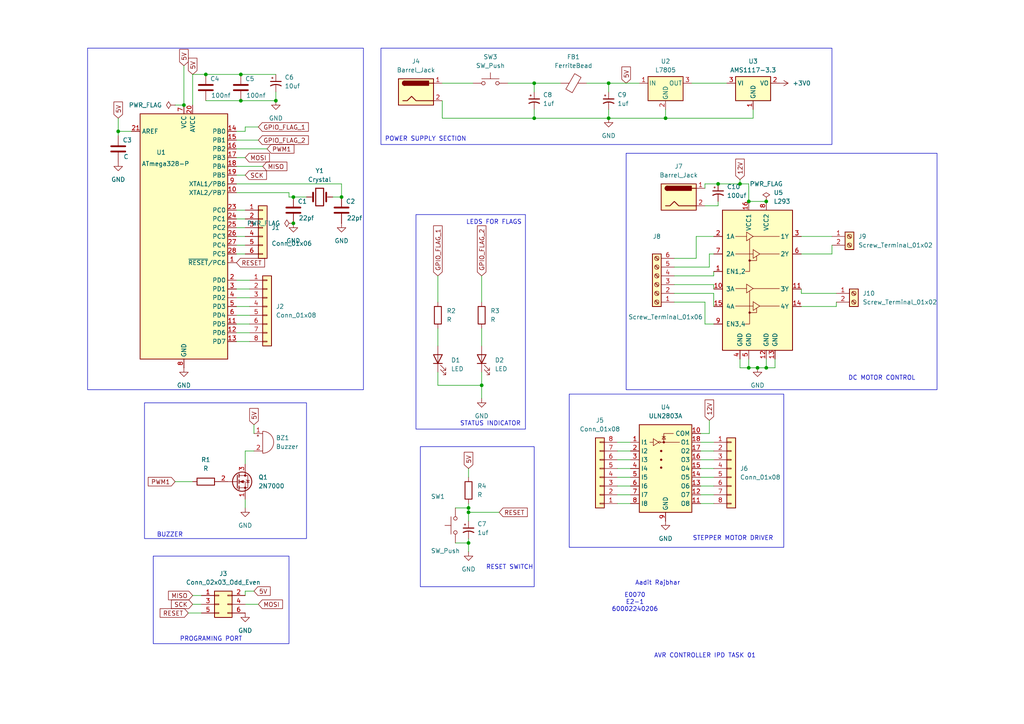
<source format=kicad_sch>
(kicad_sch (version 20250114) (generator "eeschema") (generator_version "9.0")
  (paper "A4")
  (lib_symbols
    (symbol "Connector:Barrel_Jack" (pin_names (offset 1.016))
      (property "Reference" "J" (at 0 5.334 0))
      (property "Value" "Barrel_Jack" (at 0 -5.08 0))
      (symbol "Barrel_Jack_1_1"
        (pin passive line (at 7.62 2.54 180) (length 2.54) (name "~") (number "1"))
        (pin passive line (at 7.62 -2.54 180) (length 2.54) (name "~") (number "2"))
      )
    )
    (symbol "Connector:Screw_Terminal_01x02" (pin_names (offset 1.016) (hide yes))
      (property "Reference" "J" (at 0 2.54 0))
      (property "Value" "Screw_Terminal_01x02" (at 0 -5.08 0))
      (symbol "Screw_Terminal_01x02_1_1"
        (pin passive line (at -5.08 0 0) (length 3.81) (name "Pin_1") (number "1"))
        (pin passive line (at -5.08 -2.54 0) (length 3.81) (name "Pin_2") (number "2"))
      )
    )
    (symbol "Connector:Screw_Terminal_01x06" (pin_names (offset 1.016) (hide yes))
      (property "Reference" "J" (at 0 7.62 0))
      (property "Value" "Screw_Terminal_01x06" (at 0 -10.16 0))
      (symbol "Screw_Terminal_01x06_1_1"
        (pin passive line (at -5.08 5.08 0) (length 3.81) (name "Pin_1") (number "1"))
        (pin passive line (at -5.08 2.54 0) (length 3.81) (name "Pin_2") (number "2"))
        (pin passive line (at -5.08 0 0) (length 3.81) (name "Pin_3") (number "3"))
        (pin passive line (at -5.08 -2.54 0) (length 3.81) (name "Pin_4") (number "4"))
        (pin passive line (at -5.08 -5.08 0) (length 3.81) (name "Pin_5") (number "5"))
        (pin passive line (at -5.08 -7.62 0) (length 3.81) (name "Pin_6") (number "6"))
      )
    )
    (symbol "Connector_Generic:Conn_01x06" (pin_names (offset 1.016) (hide yes))
      (property "Reference" "J" (at 0 7.62 0))
      (property "Value" "Conn_01x06" (at 0 -10.16 0))
      (symbol "Conn_01x06_1_1"
        (pin passive line (at -5.08 5.08 0) (length 3.81) (name "Pin_1") (number "1"))
        (pin passive line (at -5.08 2.54 0) (length 3.81) (name "Pin_2") (number "2"))
        (pin passive line (at -5.08 0 0) (length 3.81) (name "Pin_3") (number "3"))
        (pin passive line (at -5.08 -2.54 0) (length 3.81) (name "Pin_4") (number "4"))
        (pin passive line (at -5.08 -5.08 0) (length 3.81) (name "Pin_5") (number "5"))
        (pin passive line (at -5.08 -7.62 0) (length 3.81) (name "Pin_6") (number "6"))
      )
    )
    (symbol "Connector_Generic:Conn_01x08" (pin_names (offset 1.016) (hide yes))
      (property "Reference" "J" (at 0 10.16 0))
      (property "Value" "Conn_01x08" (at 0 -12.7 0))
      (symbol "Conn_01x08_1_1"
        (pin passive line (at -5.08 7.62 0) (length 3.81) (name "Pin_1") (number "1"))
        (pin passive line (at -5.08 5.08 0) (length 3.81) (name "Pin_2") (number "2"))
        (pin passive line (at -5.08 2.54 0) (length 3.81) (name "Pin_3") (number "3"))
        (pin passive line (at -5.08 0 0) (length 3.81) (name "Pin_4") (number "4"))
        (pin passive line (at -5.08 -2.54 0) (length 3.81) (name "Pin_5") (number "5"))
        (pin passive line (at -5.08 -5.08 0) (length 3.81) (name "Pin_6") (number "6"))
        (pin passive line (at -5.08 -7.62 0) (length 3.81) (name "Pin_7") (number "7"))
        (pin passive line (at -5.08 -10.16 0) (length 3.81) (name "Pin_8") (number "8"))
      )
    )
    (symbol "Connector_Generic:Conn_02x03_Odd_Even" (pin_names (offset 1.016) (hide yes))
      (property "Reference" "J" (at 1.27 5.08 0))
      (property "Value" "Conn_02x03_Odd_Even" (at 1.27 -5.08 0))
      (symbol "Conn_02x03_Odd_Even_1_1"
        (pin passive line (at -5.08 2.54 0) (length 3.81) (name "Pin_1") (number "1"))
        (pin passive line (at -5.08 0 0) (length 3.81) (name "Pin_3") (number "3"))
        (pin passive line (at -5.08 -2.54 0) (length 3.81) (name "Pin_5") (number "5"))
        (pin passive line (at 7.62 2.54 180) (length 3.81) (name "Pin_2") (number "2"))
        (pin passive line (at 7.62 0 180) (length 3.81) (name "Pin_4") (number "4"))
        (pin passive line (at 7.62 -2.54 180) (length 3.81) (name "Pin_6") (number "6"))
      )
    )
    (symbol "Device:Buzzer" (pin_names (offset 0.0254) (hide yes))
      (property "Reference" "BZ" (at 3.81 1.27 0))
      (property "Value" "Buzzer" (at 3.81 -1.27 0))
      (symbol "Buzzer_1_1"
        (pin passive line (at -2.54 2.54 0) (length 2.54) (name "+") (number "1"))
        (pin passive line (at -2.54 -2.54 0) (length 2.54) (name "-") (number "2"))
      )
    )
    (symbol "Device:C" (pin_numbers (hide yes)) (pin_names (offset 0.254))
      (property "Reference" "C" (at 0.635 2.54 0))
      (property "Value" "C" (at 0.635 -2.54 0))
      (symbol "C_1_1"
        (pin passive line (at 0 3.81 270) (length 2.794) (name "~") (number "1"))
        (pin passive line (at 0 -3.81 90) (length 2.794) (name "~") (number "2"))
      )
    )
    (symbol "Device:C_Polarized_Small_US" (pin_numbers (hide yes)) (pin_names (offset 0.254) (hide yes))
      (property "Reference" "C" (at 0.254 1.778 0))
      (property "Value" "C_Polarized_Small_US" (at 0.254 -2.032 0))
      (symbol "C_Polarized_Small_US_1_1"
        (pin passive line (at 0 2.54 270) (length 2.032) (name "~") (number "1"))
        (pin passive line (at 0 -2.54 90) (length 2.032) (name "~") (number "2"))
      )
    )
    (symbol "Device:Crystal" (pin_numbers (hide yes)) (pin_names (offset 1.016) (hide yes))
      (property "Reference" "Y" (at 0 3.81 0))
      (property "Value" "Crystal" (at 0 -3.81 0))
      (symbol "Crystal_1_1"
        (pin passive line (at -3.81 0 0) (length 1.27) (name "1") (number "1"))
        (pin passive line (at 3.81 0 180) (length 1.27) (name "2") (number "2"))
      )
    )
    (symbol "Device:FerriteBead" (pin_numbers (hide yes)) (pin_names (offset 0))
      (property "Reference" "FB" (at -3.81 0.635 90))
      (property "Value" "FerriteBead" (at 3.81 0 90))
      (symbol "FerriteBead_1_1"
        (pin passive line (at 0 3.81 270) (length 2.54) (name "~") (number "1"))
        (pin passive line (at 0 -3.81 90) (length 2.54) (name "~") (number "2"))
      )
    )
    (symbol "Device:LED" (pin_numbers (hide yes)) (pin_names (offset 1.016) (hide yes))
      (property "Reference" "D" (at 0 2.54 0))
      (property "Value" "LED" (at 0 -2.54 0))
      (symbol "LED_1_1"
        (pin passive line (at -3.81 0 0) (length 2.54) (name "K") (number "1"))
        (pin passive line (at 3.81 0 180) (length 2.54) (name "A") (number "2"))
      )
    )
    (symbol "Device:R" (pin_numbers (hide yes)) (pin_names (offset 0))
      (property "Reference" "R" (at 2.032 0 90))
      (property "Value" "R" (at 0 0 90))
      (symbol "R_1_1"
        (pin passive line (at 0 3.81 270) (length 1.27) (name "~") (number "1"))
        (pin passive line (at 0 -3.81 90) (length 1.27) (name "~") (number "2"))
      )
    )
    (symbol "Driver_Motor:L293" (pin_names (offset 1.016))
      (property "Reference" "U" (at -5.08 26.035 0))
      (property "Value" "L293" (at -5.08 24.13 0))
      (symbol "L293_1_1"
        (pin input line (at -12.7 15.24 0) (length 2.54) (name "1A") (number "2"))
        (pin input line (at -12.7 10.16 0) (length 2.54) (name "2A") (number "7"))
        (pin input line (at -12.7 5.08 0) (length 2.54) (name "EN1,2") (number "1"))
        (pin input line (at -12.7 0 0) (length 2.54) (name "3A") (number "10"))
        (pin input line (at -12.7 -5.08 0) (length 2.54) (name "4A") (number "15"))
        (pin input line (at -12.7 -10.16 0) (length 2.54) (name "EN3,4") (number "9"))
        (pin power_in line (at -5.08 -20.32 90) (length 2.54) (name "GND") (number "4"))
        (pin power_in line (at -2.54 25.4 270) (length 2.54) (name "VCC1") (number "16"))
        (pin power_in line (at -2.54 -20.32 90) (length 2.54) (name "GND") (number "5"))
        (pin power_in line (at 2.54 25.4 270) (length 2.54) (name "VCC2") (number "8"))
        (pin power_in line (at 2.54 -20.32 90) (length 2.54) (name "GND") (number "12"))
        (pin power_in line (at 5.08 -20.32 90) (length 2.54) (name "GND") (number "13"))
        (pin output line (at 12.7 15.24 180) (length 2.54) (name "1Y") (number "3"))
        (pin output line (at 12.7 10.16 180) (length 2.54) (name "2Y") (number "6"))
        (pin output line (at 12.7 0 180) (length 2.54) (name "3Y") (number "11"))
        (pin output line (at 12.7 -5.08 180) (length 2.54) (name "4Y") (number "14"))
      )
    )
    (symbol "MCU_Microchip_ATmega:ATmega328-P"
      (property "Reference" "U" (at -12.7 36.83 0))
      (property "Value" "ATmega328-P" (at 2.54 -36.83 0))
      (symbol "ATmega328-P_1_1"
        (pin passive line (at -15.24 30.48 0) (length 2.54) (name "AREF") (number "21"))
        (pin power_in line (at 0 38.1 270) (length 2.54) (name "VCC") (number "7"))
        (pin passive line (at 0 -38.1 90) (length 2.54) (hide yes) (name "GND") (number "22"))
        (pin power_in line (at 0 -38.1 90) (length 2.54) (name "GND") (number "8"))
        (pin power_in line (at 2.54 38.1 270) (length 2.54) (name "AVCC") (number "20"))
        (pin bidirectional line (at 15.24 30.48 180) (length 2.54) (name "PB0") (number "14"))
        (pin bidirectional line (at 15.24 27.94 180) (length 2.54) (name "PB1") (number "15"))
        (pin bidirectional line (at 15.24 25.4 180) (length 2.54) (name "PB2") (number "16"))
        (pin bidirectional line (at 15.24 22.86 180) (length 2.54) (name "PB3") (number "17"))
        (pin bidirectional line (at 15.24 20.32 180) (length 2.54) (name "PB4") (number "18"))
        (pin bidirectional line (at 15.24 17.78 180) (length 2.54) (name "PB5") (number "19"))
        (pin bidirectional line (at 15.24 15.24 180) (length 2.54) (name "XTAL1/PB6") (number "9"))
        (pin bidirectional line (at 15.24 12.7 180) (length 2.54) (name "XTAL2/PB7") (number "10"))
        (pin bidirectional line (at 15.24 7.62 180) (length 2.54) (name "PC0") (number "23"))
        (pin bidirectional line (at 15.24 5.08 180) (length 2.54) (name "PC1") (number "24"))
        (pin bidirectional line (at 15.24 2.54 180) (length 2.54) (name "PC2") (number "25"))
        (pin bidirectional line (at 15.24 0 180) (length 2.54) (name "PC3") (number "26"))
        (pin bidirectional line (at 15.24 -2.54 180) (length 2.54) (name "PC4") (number "27"))
        (pin bidirectional line (at 15.24 -5.08 180) (length 2.54) (name "PC5") (number "28"))
        (pin bidirectional line (at 15.24 -7.62 180) (length 2.54) (name "~{RESET}/PC6") (number "1"))
        (pin bidirectional line (at 15.24 -12.7 180) (length 2.54) (name "PD0") (number "2"))
        (pin bidirectional line (at 15.24 -15.24 180) (length 2.54) (name "PD1") (number "3"))
        (pin bidirectional line (at 15.24 -17.78 180) (length 2.54) (name "PD2") (number "4"))
        (pin bidirectional line (at 15.24 -20.32 180) (length 2.54) (name "PD3") (number "5"))
        (pin bidirectional line (at 15.24 -22.86 180) (length 2.54) (name "PD4") (number "6"))
        (pin bidirectional line (at 15.24 -25.4 180) (length 2.54) (name "PD5") (number "11"))
        (pin bidirectional line (at 15.24 -27.94 180) (length 2.54) (name "PD6") (number "12"))
        (pin bidirectional line (at 15.24 -30.48 180) (length 2.54) (name "PD7") (number "13"))
      )
    )
    (symbol "Regulator_Linear:AMS1117-3.3"
      (property "Reference" "U" (at -3.81 3.175 0))
      (property "Value" "AMS1117-3.3" (at 0 3.175 0))
      (symbol "AMS1117-3.3_1_1"
        (pin power_in line (at -7.62 0 0) (length 2.54) (name "VI") (number "3"))
        (pin power_in line (at 0 -7.62 90) (length 2.54) (name "GND") (number "1"))
        (pin power_out line (at 7.62 0 180) (length 2.54) (name "VO") (number "2"))
      )
    )
    (symbol "Regulator_Linear:L7805" (pin_names (offset 0.254))
      (property "Reference" "U" (at -3.81 3.175 0))
      (property "Value" "L7805" (at 0 3.175 0))
      (symbol "L7805_1_1"
        (pin power_in line (at -7.62 0 0) (length 2.54) (name "IN") (number "1"))
        (pin power_in line (at 0 -7.62 90) (length 2.54) (name "GND") (number "2"))
        (pin power_out line (at 7.62 0 180) (length 2.54) (name "OUT") (number "3"))
      )
    )
    (symbol "Switch:SW_Push" (pin_numbers (hide yes)) (pin_names (offset 1.016) (hide yes))
      (property "Reference" "SW" (at 1.27 2.54 0))
      (property "Value" "SW_Push" (at 0 -1.524 0))
      (symbol "SW_Push_0_1"
        (pin passive line (at -5.08 0 0) (length 2.54) (name "1") (number "1"))
        (pin passive line (at 5.08 0 180) (length 2.54) (name "2") (number "2"))
      )
    )
    (symbol "Transistor_Array:ULN2803A"
      (property "Reference" "U" (at 0 13.335 0))
      (property "Value" "ULN2803A" (at 0 11.43 0))
      (symbol "ULN2803A_1_1"
        (pin input line (at -10.16 5.08 0) (length 2.54) (name "I1") (number "1"))
        (pin input line (at -10.16 2.54 0) (length 2.54) (name "I2") (number "2"))
        (pin input line (at -10.16 0 0) (length 2.54) (name "I3") (number "3"))
        (pin input line (at -10.16 -2.54 0) (length 2.54) (name "I4") (number "4"))
        (pin input line (at -10.16 -5.08 0) (length 2.54) (name "I5") (number "5"))
        (pin input line (at -10.16 -7.62 0) (length 2.54) (name "I6") (number "6"))
        (pin input line (at -10.16 -10.16 0) (length 2.54) (name "I7") (number "7"))
        (pin input line (at -10.16 -12.7 0) (length 2.54) (name "I8") (number "8"))
        (pin power_in line (at 0 -17.78 90) (length 2.54) (name "GND") (number "9"))
        (pin passive line (at 10.16 7.62 180) (length 2.54) (name "COM") (number "10"))
        (pin open_collector line (at 10.16 5.08 180) (length 2.54) (name "O1") (number "18"))
        (pin open_collector line (at 10.16 2.54 180) (length 2.54) (name "O2") (number "17"))
        (pin open_collector line (at 10.16 0 180) (length 2.54) (name "O3") (number "16"))
        (pin open_collector line (at 10.16 -2.54 180) (length 2.54) (name "O4") (number "15"))
        (pin open_collector line (at 10.16 -5.08 180) (length 2.54) (name "O5") (number "14"))
        (pin open_collector line (at 10.16 -7.62 180) (length 2.54) (name "O6") (number "13"))
        (pin open_collector line (at 10.16 -10.16 180) (length 2.54) (name "O7") (number "12"))
        (pin open_collector line (at 10.16 -12.7 180) (length 2.54) (name "O8") (number "11"))
      )
    )
    (symbol "Transistor_FET:2N7000" (pin_names (hide yes))
      (property "Reference" "Q" (at 5.08 1.905 0))
      (property "Value" "2N7000" (at 5.08 0 0))
      (symbol "2N7000_1_1"
        (pin input line (at -5.08 0 0) (length 2.54) (name "G") (number "2"))
        (pin passive line (at 2.54 5.08 270) (length 2.54) (name "D") (number "3"))
        (pin passive line (at 2.54 -5.08 90) (length 2.54) (name "S") (number "1"))
      )
    )
    (symbol "power:+3V0" (power) (pin_numbers (hide yes)) (pin_names (offset 0) (hide yes))
      (property "Value" "+3V0" (at 0 3.556 0))
      (symbol "+3V0_1_1"
        (pin power_in line (at 0 0 90) (length 0) (name "~") (number "1"))
      )
    )
    (symbol "power:GND" (power) (pin_numbers (hide yes)) (pin_names (offset 0) (hide yes))
      (property "Value" "GND" (at 0 -3.81 0))
      (symbol "GND_1_1"
        (pin power_in line (at 0 0 270) (length 0) (name "~") (number "1"))
      )
    )
    (symbol "power:PWR_FLAG" (power) (pin_numbers (hide yes)) (pin_names (offset 0) (hide yes))
      (property "Value" "PWR_FLAG" (at 0 3.81 0))
      (symbol "PWR_FLAG_0_0"
        (pin power_out line (at 0 0 90) (length 0) (name "~") (number "1"))
      )
    )
  )
  (rectangle (start 121.92 129.54) (end 154.94 170.18))
  (rectangle (start 41.91 116.84) (end 88.9 156.21))
  (rectangle (start 165.1 114.3) (end 227.33 158.75))
  (rectangle (start 120.65 62.23) (end 152.4 124.46))
  (rectangle (start 25.4 13.97) (end 105.41 113.03))
  (rectangle (start 110.49 13.97) (end 241.3 41.91))
  (rectangle (start 44.45 161.29) (end 83.82 186.69))
  (rectangle (start 181.61 44.45) (end 271.78 113.03))
  (text "PROGRAMING PORT\n" (at 61.214 185.42 0) (effects (font (size 1.27 1.27))))
  (text "DC MOTOR CONTROL\n" (at 255.778 109.728 0) (effects (font (size 1.27 1.27))))
  (text "BUZZER\n" (at 49.276 155.194 0) (effects (font (size 1.27 1.27))))
  (text "AVR CONTROLLER IPD TASK 01\n" (at 204.47 190.246 0) (effects (font (size 1.27 1.27))))
  (text "RESET SWITCH\n" (at 147.828 164.592 0) (effects (font (size 1.27 1.27))))
  (text "STEPPER MOTOR DRIVER\n" (at 212.598 156.21 0) (effects (font (size 1.27 1.27))))
  (text "STATUS INDICATOR\n" (at 142.24 122.936 0) (effects (font (size 1.27 1.27))))
  (text "POWER SUPPLY SECTION\n" (at 123.444 40.386 0) (effects (font (size 1.27 1.27))))
  (text "LEDS FOR FLAGS\n" (at 143.256 64.516 0) (effects (font (size 1.27 1.27))))
  (text "Aadit Rajbhar\n" (at 190.754 169.164 0) (effects (font (size 1.27 1.27))))
  (text "E0070\nE2-1\n60002240206\n" (at 184.15 174.752 0) (effects (font (size 1.27 1.27))))
  (junction (at 34.29 38.1))
  (junction (at 53.34 30.48))
  (junction (at 99.06 57.15))
  (junction (at 80.01 29.21))
  (junction (at 176.53 24.13))
  (junction (at 222.25 106.68))
  (junction (at 135.89 147.32))
  (junction (at 193.04 34.29))
  (junction (at 69.85 21.59))
  (junction (at 59.69 21.59))
  (junction (at 85.09 64.77))
  (junction (at 217.17 58.42))
  (junction (at 222.25 58.42))
  (junction (at 214.63 53.34))
  (junction (at 154.94 34.29))
  (junction (at 217.17 106.68))
  (junction (at 139.7 111.76))
  (junction (at 69.85 29.21))
  (junction (at 176.53 34.29))
  (junction (at 135.89 157.48))
  (junction (at 135.89 148.59))
  (junction (at 219.71 106.68))
  (junction (at 85.09 57.15))
  (junction (at 154.94 24.13))
  (junction (at 208.28 53.34))
  (wire (pts (xy 135.89 148.59) (xy 135.89 151.13)))
  (wire (pts (xy 71.12 50.8) (xy 68.58 50.8)))
  (wire (pts (xy 154.94 31.75) (xy 154.94 34.29)))
  (wire (pts (xy 207.01 138.43) (xy 203.2 138.43)))
  (wire (pts (xy 201.93 74.93) (xy 195.58 74.93)))
  (wire (pts (xy 69.85 21.59) (xy 80.01 21.59)))
  (wire (pts (xy 154.94 24.13) (xy 154.94 26.67)))
  (wire (pts (xy 83.82 55.88) (xy 68.58 55.88)))
  (wire (pts (xy 132.08 147.32) (xy 135.89 147.32)))
  (wire (pts (xy 218.44 34.29) (xy 218.44 31.75)))
  (wire (pts (xy 128.27 34.29) (xy 154.94 34.29)))
  (wire (pts (xy 179.07 135.89) (xy 182.88 135.89)))
  (wire (pts (xy 207.01 143.51) (xy 203.2 143.51)))
  (wire (pts (xy 72.39 86.36) (xy 68.58 86.36)))
  (wire (pts (xy 50.8 30.48) (xy 53.34 30.48)))
  (wire (pts (xy 54.61 177.8) (xy 58.42 177.8)))
  (wire (pts (xy 195.58 85.09) (xy 207.01 85.09)))
  (wire (pts (xy 135.89 156.21) (xy 135.89 157.48)))
  (wire (pts (xy 193.04 31.75) (xy 193.04 34.29)))
  (wire (pts (xy 139.7 107.95) (xy 139.7 111.76)))
  (wire (pts (xy 71.12 130.81) (xy 71.12 134.62)))
  (wire (pts (xy 55.88 21.59) (xy 59.69 21.59)))
  (wire (pts (xy 207.01 128.27) (xy 203.2 128.27)))
  (wire (pts (xy 232.41 85.09) (xy 232.41 83.82)))
  (wire (pts (xy 135.89 146.05) (xy 135.89 147.32)))
  (wire (pts (xy 241.3 73.66) (xy 241.3 71.12)))
  (wire (pts (xy 38.1 38.1) (xy 34.29 38.1)))
  (wire (pts (xy 74.93 36.83) (xy 71.12 36.83)))
  (wire (pts (xy 135.89 147.32) (xy 135.89 148.59)))
  (wire (pts (xy 73.66 171.45) (xy 71.12 171.45)))
  (wire (pts (xy 232.41 88.9) (xy 242.57 88.9)))
  (wire (pts (xy 55.88 172.72) (xy 58.42 172.72)))
  (wire (pts (xy 74.93 40.64) (xy 68.58 40.64)))
  (wire (pts (xy 53.34 19.05) (xy 53.34 30.48)))
  (wire (pts (xy 179.07 143.51) (xy 182.88 143.51)))
  (wire (pts (xy 34.29 34.29) (xy 34.29 38.1)))
  (wire (pts (xy 207.01 135.89) (xy 203.2 135.89)))
  (wire (pts (xy 99.06 53.34) (xy 68.58 53.34)))
  (wire (pts (xy 72.39 88.9) (xy 68.58 88.9)))
  (wire (pts (xy 96.52 57.15) (xy 99.06 57.15)))
  (wire (pts (xy 72.39 83.82) (xy 68.58 83.82)))
  (wire (pts (xy 71.12 68.58) (xy 68.58 68.58)))
  (wire (pts (xy 127 107.95) (xy 127 111.76)))
  (wire (pts (xy 135.89 135.89) (xy 135.89 138.43)))
  (wire (pts (xy 176.53 31.75) (xy 176.53 34.29)))
  (wire (pts (xy 127 95.25) (xy 127 100.33)))
  (wire (pts (xy 72.39 91.44) (xy 68.58 91.44)))
  (wire (pts (xy 207.01 133.35) (xy 203.2 133.35)))
  (wire (pts (xy 80.01 26.67) (xy 80.01 29.21)))
  (wire (pts (xy 128.27 24.13) (xy 137.16 24.13)))
  (wire (pts (xy 200.66 24.13) (xy 210.82 24.13)))
  (wire (pts (xy 217.17 104.14) (xy 217.17 106.68)))
  (wire (pts (xy 179.07 138.43) (xy 182.88 138.43)))
  (wire (pts (xy 68.58 48.26) (xy 76.2 48.26)))
  (wire (pts (xy 132.08 157.48) (xy 135.89 157.48)))
  (wire (pts (xy 217.17 106.68) (xy 219.71 106.68)))
  (wire (pts (xy 71.12 66.04) (xy 68.58 66.04)))
  (wire (pts (xy 176.53 34.29) (xy 193.04 34.29)))
  (wire (pts (xy 205.74 125.73) (xy 205.74 121.92)))
  (wire (pts (xy 73.66 123.19) (xy 73.66 125.73)))
  (wire (pts (xy 208.28 58.42) (xy 208.28 59.69)))
  (wire (pts (xy 176.53 24.13) (xy 185.42 24.13)))
  (wire (pts (xy 193.04 34.29) (xy 218.44 34.29)))
  (wire (pts (xy 217.17 58.42) (xy 222.25 58.42)))
  (wire (pts (xy 204.47 53.34) (xy 208.28 53.34)))
  (wire (pts (xy 71.12 130.81) (xy 73.66 130.81)))
  (wire (pts (xy 55.88 175.26) (xy 58.42 175.26)))
  (wire (pts (xy 195.58 77.47) (xy 205.74 77.47)))
  (wire (pts (xy 154.94 24.13) (xy 162.56 24.13)))
  (wire (pts (xy 83.82 57.15) (xy 85.09 57.15)))
  (wire (pts (xy 71.12 36.83) (xy 71.12 38.1)))
  (wire (pts (xy 59.69 29.21) (xy 69.85 29.21)))
  (wire (pts (xy 69.85 29.21) (xy 80.01 29.21)))
  (wire (pts (xy 71.12 171.45) (xy 71.12 172.72)))
  (wire (pts (xy 71.12 73.66) (xy 68.58 73.66)))
  (wire (pts (xy 242.57 85.09) (xy 232.41 85.09)))
  (wire (pts (xy 204.47 54.61) (xy 204.47 53.34)))
  (wire (pts (xy 207.01 68.58) (xy 201.93 68.58)))
  (wire (pts (xy 219.71 106.68) (xy 222.25 106.68)))
  (wire (pts (xy 154.94 34.29) (xy 176.53 34.29)))
  (wire (pts (xy 207.01 130.81) (xy 203.2 130.81)))
  (wire (pts (xy 139.7 95.25) (xy 139.7 100.33)))
  (wire (pts (xy 205.74 77.47) (xy 205.74 73.66)))
  (wire (pts (xy 204.47 93.98) (xy 207.01 93.98)))
  (wire (pts (xy 72.39 81.28) (xy 68.58 81.28)))
  (wire (pts (xy 71.12 45.72) (xy 68.58 45.72)))
  (wire (pts (xy 208.28 53.34) (xy 214.63 53.34)))
  (wire (pts (xy 77.47 43.18) (xy 68.58 43.18)))
  (wire (pts (xy 72.39 93.98) (xy 68.58 93.98)))
  (wire (pts (xy 207.01 82.55) (xy 207.01 83.82)))
  (wire (pts (xy 179.07 146.05) (xy 182.88 146.05)))
  (wire (pts (xy 195.58 80.01) (xy 207.01 80.01)))
  (wire (pts (xy 72.39 96.52) (xy 68.58 96.52)))
  (wire (pts (xy 71.12 38.1) (xy 68.58 38.1)))
  (wire (pts (xy 55.88 21.59) (xy 55.88 30.48)))
  (wire (pts (xy 147.32 24.13) (xy 154.94 24.13)))
  (wire (pts (xy 50.8 139.7) (xy 55.88 139.7)))
  (wire (pts (xy 203.2 125.73) (xy 205.74 125.73)))
  (wire (pts (xy 179.07 133.35) (xy 182.88 133.35)))
  (wire (pts (xy 195.58 87.63) (xy 204.47 87.63)))
  (wire (pts (xy 214.63 52.07) (xy 214.63 53.34)))
  (wire (pts (xy 224.79 104.14) (xy 224.79 106.68)))
  (wire (pts (xy 207.01 140.97) (xy 203.2 140.97)))
  (wire (pts (xy 71.12 60.96) (xy 68.58 60.96)))
  (wire (pts (xy 232.41 73.66) (xy 241.3 73.66)))
  (wire (pts (xy 34.29 38.1) (xy 34.29 39.37)))
  (wire (pts (xy 85.09 57.15) (xy 88.9 57.15)))
  (wire (pts (xy 207.01 85.09) (xy 207.01 88.9)))
  (wire (pts (xy 222.25 104.14) (xy 222.25 106.68)))
  (wire (pts (xy 170.18 24.13) (xy 176.53 24.13)))
  (wire (pts (xy 71.12 147.32) (xy 71.12 144.78)))
  (wire (pts (xy 204.47 87.63) (xy 204.47 93.98)))
  (wire (pts (xy 127 80.01) (xy 127 87.63)))
  (wire (pts (xy 232.41 68.58) (xy 241.3 68.58)))
  (wire (pts (xy 179.07 140.97) (xy 182.88 140.97)))
  (wire (pts (xy 99.06 57.15) (xy 99.06 53.34)))
  (wire (pts (xy 201.93 68.58) (xy 201.93 74.93)))
  (wire (pts (xy 179.07 130.81) (xy 182.88 130.81)))
  (wire (pts (xy 205.74 73.66) (xy 207.01 73.66)))
  (wire (pts (xy 207.01 146.05) (xy 203.2 146.05)))
  (wire (pts (xy 207.01 80.01) (xy 207.01 78.74)))
  (wire (pts (xy 139.7 80.01) (xy 139.7 87.63)))
  (wire (pts (xy 214.63 104.14) (xy 214.63 106.68)))
  (wire (pts (xy 176.53 24.13) (xy 176.53 26.67)))
  (wire (pts (xy 127 111.76) (xy 139.7 111.76)))
  (wire (pts (xy 139.7 111.76) (xy 139.7 115.57)))
  (wire (pts (xy 72.39 99.06) (xy 68.58 99.06)))
  (wire (pts (xy 242.57 88.9) (xy 242.57 87.63)))
  (wire (pts (xy 204.47 59.69) (xy 208.28 59.69)))
  (wire (pts (xy 224.79 106.68) (xy 222.25 106.68)))
  (wire (pts (xy 74.93 175.26) (xy 71.12 175.26)))
  (wire (pts (xy 71.12 71.12) (xy 68.58 71.12)))
  (wire (pts (xy 135.89 148.59) (xy 144.78 148.59)))
  (wire (pts (xy 179.07 128.27) (xy 182.88 128.27)))
  (wire (pts (xy 83.82 57.15) (xy 83.82 55.88)))
  (wire (pts (xy 59.69 21.59) (xy 69.85 21.59)))
  (wire (pts (xy 71.12 63.5) (xy 68.58 63.5)))
  (wire (pts (xy 128.27 29.21) (xy 128.27 34.29)))
  (wire (pts (xy 135.89 157.48) (xy 135.89 160.02)))
  (wire (pts (xy 217.17 53.34) (xy 217.17 58.42)))
  (wire (pts (xy 214.63 106.68) (xy 217.17 106.68)))
  (wire (pts (xy 195.58 82.55) (xy 207.01 82.55)))
  (wire (pts (xy 214.63 53.34) (xy 217.17 53.34)))
  (global_label "PWM1" (shape input) (at 50.8 139.7 180) (property "Intersheetrefs" "${INTERSHEET_REFS}" (effects (hide yes))))
  (global_label "MOSI" (shape input) (at 71.12 45.72 0) (property "Intersheetrefs" "${INTERSHEET_REFS}" (effects (hide yes))))
  (global_label "MISO" (shape input) (at 76.2 48.26 0) (property "Intersheetrefs" "${INTERSHEET_REFS}" (effects (hide yes))))
  (global_label "PWM1" (shape input) (at 77.47 43.18 0) (property "Intersheetrefs" "${INTERSHEET_REFS}" (effects (hide yes))))
  (global_label "GPIO_FLAG_1" (shape input) (at 74.93 36.83 0) (property "Intersheetrefs" "${INTERSHEET_REFS}" (effects (hide yes))))
  (global_label "RESET" (shape input) (at 144.78 148.59 0) (property "Intersheetrefs" "${INTERSHEET_REFS}" (effects (hide yes))))
  (global_label "5V" (shape input) (at 34.29 34.29 90) (property "Intersheetrefs" "${INTERSHEET_REFS}" (effects (hide yes))))
  (global_label "SCK" (shape input) (at 55.88 175.26 180) (property "Intersheetrefs" "${INTERSHEET_REFS}" (effects (hide yes))))
  (global_label "GPIO_FLAG_2" (shape input) (at 139.7 80.01 90) (property "Intersheetrefs" "${INTERSHEET_REFS}" (effects (hide yes))))
  (global_label "MOSI" (shape input) (at 74.93 175.26 0) (property "Intersheetrefs" "${INTERSHEET_REFS}" (effects (hide yes))))
  (global_label "RESET" (shape input) (at 54.61 177.8 180) (property "Intersheetrefs" "${INTERSHEET_REFS}" (effects (hide yes))))
  (global_label "RESET" (shape input) (at 68.58 76.2 0) (property "Intersheetrefs" "${INTERSHEET_REFS}" (effects (hide yes))))
  (global_label "GPIO_FLAG_2" (shape input) (at 74.93 40.64 0) (property "Intersheetrefs" "${INTERSHEET_REFS}" (effects (hide yes))))
  (global_label "5V" (shape input) (at 181.61 24.13 90) (property "Intersheetrefs" "${INTERSHEET_REFS}" (effects (hide yes))))
  (global_label "5V" (shape input) (at 53.34 19.05 90) (property "Intersheetrefs" "${INTERSHEET_REFS}" (effects (hide yes))))
  (global_label "5V" (shape input) (at 73.66 123.19 90) (property "Intersheetrefs" "${INTERSHEET_REFS}" (effects (hide yes))))
  (global_label "5V" (shape input) (at 73.66 171.45 0) (property "Intersheetrefs" "${INTERSHEET_REFS}" (effects (hide yes))))
  (global_label "MISO" (shape input) (at 55.88 172.72 180) (property "Intersheetrefs" "${INTERSHEET_REFS}" (effects (hide yes))))
  (global_label "SCK" (shape input) (at 71.12 50.8 0) (property "Intersheetrefs" "${INTERSHEET_REFS}" (effects (hide yes))))
  (global_label "12V" (shape input) (at 214.63 52.07 90) (property "Intersheetrefs" "${INTERSHEET_REFS}" (effects (hide yes))))
  (global_label "12V" (shape input) (at 205.74 121.92 90) (property "Intersheetrefs" "${INTERSHEET_REFS}" (effects (hide yes))))
  (global_label "5V" (shape input) (at 55.88 21.59 90) (property "Intersheetrefs" "${INTERSHEET_REFS}" (effects (hide yes))))
  (global_label "5V" (shape input) (at 135.89 135.89 90) (property "Intersheetrefs" "${INTERSHEET_REFS}" (effects (hide yes))))
  (global_label "GPIO_FLAG_1" (shape input) (at 127 80.01 90) (property "Intersheetrefs" "${INTERSHEET_REFS}" (effects (hide yes))))
  (symbol (lib_id "Device:C") (at 34.29 43.18 0) (unit 1)
    (property "Reference" "C3" (at 35.56 40.64 0) (effects (justify left)))
    (property "Value" "C" (at 35.814 45.466 0) (effects (justify left)))
    (property "Footprint" "Capacitor_THT:C_Disc_D5.0mm_W2.5mm_P5.00mm" (effects (hide yes)))
    (property "Description" "Unpolarized capacitor" (effects (hide yes)))
  )
  (symbol (lib_id "Device:C_Polarized_Small_US") (at 80.01 24.13 0) (unit 1)
    (property "Reference" "C6" (at 82.55 22.4281 0) (effects (justify left)))
    (property "Value" "10uf" (at 82.55 24.9681 0) (effects (justify left)))
    (property "Footprint" "Capacitor_THT:CP_Radial_D5.0mm_P2.50mm" (effects (hide yes)))
    (property "Description" "Polarized capacitor, small US symbol" (effects (hide yes)))
  )
  (symbol (lib_id "power:GND") (at 71.12 177.8 0) (unit 1)
    (property "Reference" "#PWR05" (effects (hide yes)))
    (property "Value" "GND" (at 71.12 182.88 0))
    (property "Description" "Power symbol creates a global label with name \"GND\" , ground" (effects (hide yes)))
  )
  (symbol (lib_id "power:GND") (at 34.29 46.99 0) (unit 1)
    (property "Reference" "#PWR04" (effects (hide yes)))
    (property "Value" "GND" (at 34.29 52.07 0))
    (property "Description" "Power symbol creates a global label with name \"GND\" , ground" (effects (hide yes)))
  )
  (symbol (lib_id "power:PWR_FLAG") (at 50.8 30.48 90) (unit 1)
    (property "Reference" "#FLG01" (effects (hide yes)))
    (property "Value" "PWR_FLAG" (at 46.99 30.4799 90) (effects (justify left)))
    (property "Description" "Special symbol for telling ERC where power comes from" (effects (hide yes)))
  )
  (symbol (lib_id "Connector_Generic:Conn_01x08") (at 77.47 88.9 0) (unit 1)
    (property "Reference" "J2" (at 80.01 88.8999 0) (effects (justify left)))
    (property "Value" "Conn_01x08" (at 80.01 91.4399 0) (effects (justify left)))
    (property "Footprint" "Connector_PinHeader_2.54mm:PinHeader_1x08_P2.54mm_Vertical" (effects (hide yes)))
    (property "Description" "Generic connector, single row, 01x08, script generated (kicad-library-utils/schlib/autogen/connector/)" (effects (hide yes)))
  )
  (symbol (lib_id "power:GND") (at 99.06 64.77 0) (unit 1)
    (property "Reference" "#PWR013" (effects (hide yes)))
    (property "Value" "GND" (at 99.06 69.85 0))
    (property "Description" "Power symbol creates a global label with name \"GND\" , ground" (effects (hide yes)))
  )
  (symbol (lib_id "Transistor_FET:2N7000") (at 68.58 139.7 0) (unit 1)
    (property "Reference" "Q1" (at 74.93 138.4299 0) (effects (justify left)))
    (property "Value" "2N7000" (at 74.93 140.9699 0) (effects (justify left)))
    (property "Footprint" "Package_TO_SOT_THT:TO-92_Inline" (effects (hide yes)))
    (property "Datasheet" "https://www.vishay.com/docs/70226/70226.pdf" (effects (hide yes)))
    (property "Description" "0.2A Id, 200V Vds, N-Channel MOSFET, 2.6V Logic Level, TO-92" (effects (hide yes)))
  )
  (symbol (lib_id "power:GND") (at 53.34 106.68 0) (unit 1)
    (property "Reference" "#PWR02" (effects (hide yes)))
    (property "Value" "GND" (at 53.34 111.76 0))
    (property "Description" "Power symbol creates a global label with name \"GND\" , ground" (effects (hide yes)))
  )
  (symbol (lib_id "power:GND") (at 80.01 29.21 0) (unit 1)
    (property "Reference" "#PWR03" (effects (hide yes)))
    (property "Value" "GND" (at 80.01 34.29 0))
    (property "Description" "Power symbol creates a global label with name \"GND\" , ground" (effects (hide yes)))
  )
  (symbol (lib_id "Device:Buzzer") (at 76.2 128.27 0) (unit 1)
    (property "Reference" "BZ1" (at 80.01 126.9999 0) (effects (justify left)))
    (property "Value" "Buzzer" (at 80.01 129.5399 0) (effects (justify left)))
    (property "Footprint" "Connector_PinHeader_2.54mm:PinHeader_1x02_P2.54mm_Vertical" (effects (hide yes)))
    (property "Description" "Buzzer, polarized" (effects (hide yes)))
  )
  (symbol (lib_id "power:GND") (at 193.04 151.13 0) (unit 1)
    (property "Reference" "#PWR010" (effects (hide yes)))
    (property "Value" "GND" (at 193.04 156.21 0))
    (property "Description" "Power symbol creates a global label with name \"GND\" , ground" (effects (hide yes)))
  )
  (symbol (lib_id "power:GND") (at 85.09 64.77 0) (unit 1)
    (property "Reference" "#PWR01" (effects (hide yes)))
    (property "Value" "GND" (at 85.09 69.85 0))
    (property "Description" "Power symbol creates a global label with name \"GND\" , ground" (effects (hide yes)))
  )
  (symbol (lib_id "power:GND") (at 71.12 147.32 0) (unit 1)
    (property "Reference" "#PWR06" (effects (hide yes)))
    (property "Value" "GND" (at 71.12 152.4 0))
    (property "Description" "Power symbol creates a global label with name \"GND\" , ground" (effects (hide yes)))
  )
  (symbol (lib_id "Transistor_Array:ULN2803A") (at 193.04 133.35 0) (unit 1)
    (property "Reference" "U4" (at 193.04 118.11 0))
    (property "Value" "ULN2803A" (at 193.04 120.65 0))
    (property "Footprint" "Package_DIP:DIP-18_W7.62mm" (effects (hide yes)))
    (property "Datasheet" "http://www.ti.com/lit/ds/symlink/uln2803a.pdf" (effects (hide yes)))
    (property "Description" "Darlington Transistor Arrays, SOIC18/DIP18" (effects (hide yes)))
  )
  (symbol (lib_id "Device:R") (at 139.7 91.44 0) (unit 1)
    (property "Reference" "R3" (at 142.24 90.1699 0) (effects (justify left)))
    (property "Value" "R" (at 142.24 92.7099 0) (effects (justify left)))
    (property "Footprint" "Resistor_THT:R_Axial_DIN0207_L6.3mm_D2.5mm_P15.24mm_Horizontal" (effects (hide yes)))
    (property "Description" "Resistor" (effects (hide yes)))
  )
  (symbol (lib_id "Connector:Screw_Terminal_01x02") (at 247.65 85.09 0) (unit 1)
    (property "Reference" "J10" (at 250.19 85.0899 0) (effects (justify left)))
    (property "Value" "Screw_Terminal_01x02" (at 250.19 87.6299 0) (effects (justify left)))
    (property "Footprint" "Connector_PinHeader_2.54mm:PinHeader_1x02_P2.54mm_Vertical" (effects (hide yes)))
    (property "Description" "Generic screw terminal, single row, 01x02, script generated (kicad-library-utils/schlib/autogen/connector/)" (effects (hide yes)))
  )
  (symbol (lib_id "Connector:Screw_Terminal_01x06") (at 190.5 82.55 180) (unit 1)
    (property "Reference" "J8" (at 190.5 68.58 0))
    (property "Value" "Screw_Terminal_01x06" (at 193.04 91.948 0))
    (property "Footprint" "Connector_PinHeader_2.54mm:PinHeader_1x06_P2.54mm_Vertical" (effects (hide yes)))
    (property "Description" "Generic screw terminal, single row, 01x06, script generated (kicad-library-utils/schlib/autogen/connector/)" (effects (hide yes)))
  )
  (symbol (lib_id "Device:R") (at 135.89 142.24 0) (unit 1)
    (property "Reference" "R4" (at 138.43 140.9699 0) (effects (justify left)))
    (property "Value" "R" (at 138.43 143.5099 0) (effects (justify left)))
    (property "Footprint" "Resistor_THT:R_Axial_DIN0207_L6.3mm_D2.5mm_P15.24mm_Horizontal" (effects (hide yes)))
    (property "Description" "Resistor" (effects (hide yes)))
  )
  (symbol (lib_id "Device:FerriteBead") (at 166.37 24.13 90) (unit 1)
    (property "Reference" "FB1" (at 166.3192 16.51 90))
    (property "Value" "FerriteBead" (at 166.3192 19.05 90))
    (property "Footprint" "Resistor_THT:R_Axial_DIN0207_L6.3mm_D2.5mm_P7.62mm_Horizontal" (effects (hide yes)))
    (property "Description" "Ferrite bead" (effects (hide yes)))
  )
  (symbol (lib_id "Device:C") (at 85.09 60.96 0) (unit 1)
    (property "Reference" "C1" (at 86.36 58.42 0) (effects (justify left)))
    (property "Value" "22pf" (at 86.614 63.246 0) (effects (justify left)))
    (property "Footprint" "Capacitor_THT:C_Disc_D5.0mm_W2.5mm_P5.00mm" (effects (hide yes)))
    (property "Description" "Unpolarized capacitor" (effects (hide yes)))
  )
  (symbol (lib_id "Device:R") (at 127 91.44 0) (unit 1)
    (property "Reference" "R2" (at 129.54 90.1699 0) (effects (justify left)))
    (property "Value" "R" (at 129.54 92.7099 0) (effects (justify left)))
    (property "Footprint" "Resistor_THT:R_Axial_DIN0207_L6.3mm_D2.5mm_P15.24mm_Horizontal" (effects (hide yes)))
    (property "Description" "Resistor" (effects (hide yes)))
  )
  (symbol (lib_id "Device:Crystal") (at 92.71 57.15 0) (unit 1)
    (property "Reference" "Y1" (at 92.71 49.53 0))
    (property "Value" "Crystal" (at 92.71 52.07 0))
    (property "Footprint" "Crystal:Crystal_HC49-U_Vertical" (effects (hide yes)))
    (property "Description" "Two pin crystal" (effects (hide yes)))
  )
  (symbol (lib_id "Connector:Screw_Terminal_01x02") (at 246.38 68.58 0) (unit 1)
    (property "Reference" "J9" (at 248.92 68.5799 0) (effects (justify left)))
    (property "Value" "Screw_Terminal_01x02" (at 248.92 71.1199 0) (effects (justify left)))
    (property "Footprint" "Connector_PinHeader_2.54mm:PinHeader_1x02_P2.54mm_Vertical" (effects (hide yes)))
    (property "Description" "Generic screw terminal, single row, 01x02, script generated (kicad-library-utils/schlib/autogen/connector/)" (effects (hide yes)))
  )
  (symbol (lib_id "power:GND") (at 139.7 115.57 0) (unit 1)
    (property "Reference" "#PWR07" (effects (hide yes)))
    (property "Value" "GND" (at 139.7 120.65 0))
    (property "Description" "Power symbol creates a global label with name \"GND\" , ground" (effects (hide yes)))
  )
  (symbol (lib_id "Device:LED") (at 127 104.14 90) (unit 1)
    (property "Reference" "D1" (at 130.81 104.4574 90) (effects (justify right)))
    (property "Value" "LED" (at 130.81 106.9974 90) (effects (justify right)))
    (property "Footprint" "LED_THT:LED_D5.0mm" (effects (hide yes)))
    (property "Description" "Light emitting diode" (effects (hide yes)))
    (property "Sim.Pins" "1=K 2=A" (effects (hide yes)))
  )
  (symbol (lib_id "Device:C_Polarized_Small_US") (at 176.53 29.21 0) (unit 1)
    (property "Reference" "C9" (at 179.07 27.5081 0) (effects (justify left)))
    (property "Value" "1uf" (at 179.07 30.0481 0) (effects (justify left)))
    (property "Footprint" "Capacitor_THT:C_Disc_D5.0mm_W2.5mm_P5.00mm" (effects (hide yes)))
    (property "Description" "Polarized capacitor, small US symbol" (effects (hide yes)))
  )
  (symbol (lib_id "Regulator_Linear:L7805") (at 193.04 24.13 0) (unit 1)
    (property "Reference" "U2" (at 193.04 17.78 0))
    (property "Value" "L7805" (at 193.04 20.32 0))
    (property "Footprint" "Package_TO_SOT_THT:TO-220-3_Vertical" (effects (hide yes)))
    (property "Datasheet" "http://www.st.com/content/ccc/resource/technical/document/datasheet/41/4f/b3/b0/12/d4/47/88/CD00000444.pdf/files/CD00000444.pdf/jcr:content/translations/en.CD00000444.pdf" (effects (hide yes)))
    (property "Description" "Positive 1.5A 35V Linear Regulator, Fixed Output 5V, TO-220/TO-263/TO-252" (effects (hide yes)))
  )
  (symbol (lib_id "Driver_Motor:L293") (at 219.71 83.82 0) (unit 1)
    (property "Reference" "U5" (at 224.3933 55.88 0) (effects (justify left)))
    (property "Value" "L293" (at 224.3933 58.42 0) (effects (justify left)))
    (property "Footprint" "Package_DIP:DIP-16_W7.62mm" (effects (hide yes)))
    (property "Datasheet" "http://www.ti.com/lit/ds/symlink/l293.pdf" (effects (hide yes)))
    (property "Description" "Quadruple Half-H Drivers" (effects (hide yes)))
  )
  (symbol (lib_id "power:GND") (at 176.53 34.29 0) (unit 1)
    (property "Reference" "#PWR09" (effects (hide yes)))
    (property "Value" "GND" (at 176.53 39.37 0))
    (property "Description" "Power symbol creates a global label with name \"GND\" , ground" (effects (hide yes)))
  )
  (symbol (lib_id "power:GND") (at 135.89 160.02 0) (unit 1)
    (property "Reference" "#PWR08" (effects (hide yes)))
    (property "Value" "GND" (at 135.89 165.1 0))
    (property "Description" "Power symbol creates a global label with name \"GND\" , ground" (effects (hide yes)))
  )
  (symbol (lib_id "MCU_Microchip_ATmega:ATmega328-P") (at 53.34 68.58 0) (unit 1)
    (property "Reference" "U1" (at 46.736 44.196 0))
    (property "Value" "ATmega328-P" (at 48.006 47.498 0))
    (property "Footprint" "Package_DIP:DIP-28_W7.62mm" (effects (hide yes)))
    (property "Datasheet" "http://ww1.microchip.com/downloads/en/DeviceDoc/ATmega328_P%20AVR%20MCU%20with%20picoPower%20Technology%20Data%20Sheet%2040001984A.pdf" (effects (hide yes)))
    (property "Description" "20MHz, 32kB Flash, 2kB SRAM, 1kB EEPROM, DIP-28" (effects (hide yes)))
  )
  (symbol (lib_id "Connector:Barrel_Jack") (at 120.65 26.67 0) (unit 1)
    (property "Reference" "J4" (at 120.65 17.78 0))
    (property "Value" "Barrel_Jack" (at 120.65 20.32 0))
    (property "Footprint" "Connector_PinHeader_2.54mm:PinHeader_1x02_P2.54mm_Vertical" (effects (hide yes)))
    (property "Description" "DC Barrel Jack" (effects (hide yes)))
  )
  (symbol (lib_id "Device:LED") (at 139.7 104.14 90) (unit 1)
    (property "Reference" "D2" (at 143.51 104.4574 90) (effects (justify right)))
    (property "Value" "LED" (at 143.51 106.9974 90) (effects (justify right)))
    (property "Footprint" "LED_THT:LED_D5.0mm" (effects (hide yes)))
    (property "Description" "Light emitting diode" (effects (hide yes)))
    (property "Sim.Pins" "1=K 2=A" (effects (hide yes)))
  )
  (symbol (lib_id "Device:C_Polarized_Small_US") (at 135.89 153.67 0) (unit 1)
    (property "Reference" "C7" (at 138.43 151.9681 0) (effects (justify left)))
    (property "Value" "1uf" (at 138.43 154.5081 0) (effects (justify left)))
    (property "Footprint" "Capacitor_THT:C_Disc_D5.0mm_W2.5mm_P5.00mm" (effects (hide yes)))
    (property "Description" "Polarized capacitor, small US symbol" (effects (hide yes)))
  )
  (symbol (lib_id "power:PWR_FLAG") (at 222.25 58.42 0) (unit 1)
    (property "Reference" "#FLG03" (effects (hide yes)))
    (property "Value" "PWR_FLAG" (at 222.25 53.34 0))
    (property "Description" "Special symbol for telling ERC where power comes from" (effects (hide yes)))
  )
  (symbol (lib_id "Connector_Generic:Conn_02x03_Odd_Even") (at 63.5 175.26 0) (unit 1)
    (property "Reference" "J3" (at 64.77 166.37 0))
    (property "Value" "Conn_02x03_Odd_Even" (at 64.77 168.91 0))
    (property "Footprint" "Connector_PinHeader_2.54mm:PinHeader_2x03_P2.54mm_Vertical" (effects (hide yes)))
    (property "Description" "Generic connector, double row, 02x03, odd/even pin numbering scheme (row 1 odd numbers, row 2 even numbers), script generated (kicad-library-utils/schlib/autogen/connector/)" (effects (hide yes)))
  )
  (symbol (lib_id "Connector_Generic:Conn_01x08") (at 173.99 138.43 180) (unit 1)
    (property "Reference" "J5" (at 173.99 121.92 0))
    (property "Value" "Conn_01x08" (at 173.99 124.46 0))
    (property "Footprint" "Connector_PinHeader_2.54mm:PinHeader_1x08_P2.54mm_Vertical" (effects (hide yes)))
    (property "Description" "Generic connector, single row, 01x08, script generated (kicad-library-utils/schlib/autogen/connector/)" (effects (hide yes)))
  )
  (symbol (lib_id "Switch:SW_Push") (at 142.24 24.13 0) (unit 1)
    (property "Reference" "SW3" (at 142.24 16.51 0))
    (property "Value" "SW_Push" (at 142.24 19.05 0))
    (property "Footprint" "Connector_PinHeader_2.54mm:PinHeader_1x02_P2.54mm_Vertical" (effects (hide yes)))
    (property "Description" "Push button switch, generic, two pins" (effects (hide yes)))
  )
  (symbol (lib_id "Device:C_Polarized_Small_US") (at 154.94 29.21 0) (unit 1)
    (property "Reference" "C8" (at 157.48 27.5081 0) (effects (justify left)))
    (property "Value" "1uf" (at 157.48 30.0481 0) (effects (justify left)))
    (property "Footprint" "Capacitor_THT:C_Disc_D5.0mm_W2.5mm_P5.00mm" (effects (hide yes)))
    (property "Description" "Polarized capacitor, small US symbol" (effects (hide yes)))
  )
  (symbol (lib_id "Device:C") (at 69.85 25.4 0) (unit 1)
    (property "Reference" "C5" (at 71.12 22.86 0) (effects (justify left)))
    (property "Value" "100nf" (at 71.374 27.686 0) (effects (justify left)))
    (property "Footprint" "Capacitor_THT:CP_Radial_D5.0mm_P2.50mm" (effects (hide yes)))
    (property "Description" "Unpolarized capacitor" (effects (hide yes)))
  )
  (symbol (lib_id "power:+3V0") (at 226.06 24.13 270) (unit 1)
    (property "Reference" "#PWR012" (effects (hide yes)))
    (property "Value" "+3V0" (at 229.87 24.1299 90) (effects (justify left)))
    (property "Description" "Power symbol creates a global label with name \"+3V0\"" (effects (hide yes)))
  )
  (symbol (lib_id "Connector:Barrel_Jack") (at 196.85 57.15 0) (unit 1)
    (property "Reference" "J7" (at 196.85 48.26 0))
    (property "Value" "Barrel_Jack" (at 196.85 50.8 0))
    (property "Footprint" "TerminalBlock_Phoenix:TerminalBlock_Phoenix_PT-1,5-2-5.0-H_1x02_P5.00mm_Horizontal" (effects (hide yes)))
    (property "Description" "DC Barrel Jack" (effects (hide yes)))
  )
  (symbol (lib_id "Connector_Generic:Conn_01x08") (at 212.09 135.89 0) (unit 1)
    (property "Reference" "J6" (at 214.63 135.8899 0) (effects (justify left)))
    (property "Value" "Conn_01x08" (at 214.63 138.4299 0) (effects (justify left)))
    (property "Footprint" "Connector_PinHeader_2.54mm:PinHeader_1x08_P2.54mm_Vertical" (effects (hide yes)))
    (property "Description" "Generic connector, single row, 01x08, script generated (kicad-library-utils/schlib/autogen/connector/)" (effects (hide yes)))
  )
  (symbol (lib_id "power:GND") (at 219.71 106.68 0) (unit 1)
    (property "Reference" "#PWR011" (effects (hide yes)))
    (property "Value" "GND" (at 219.71 111.76 0))
    (property "Description" "Power symbol creates a global label with name \"GND\" , ground" (effects (hide yes)))
  )
  (symbol (lib_id "Device:C") (at 59.69 25.4 0) (unit 1)
    (property "Reference" "C4" (at 60.96 22.86 0) (effects (justify left)))
    (property "Value" "100nf" (at 61.214 27.686 0) (effects (justify left)))
    (property "Footprint" "Capacitor_THT:CP_Radial_D5.0mm_P2.50mm" (effects (hide yes)))
    (property "Description" "Unpolarized capacitor" (effects (hide yes)))
  )
  (symbol (lib_id "Switch:SW_Push") (at 132.08 152.4 90) (unit 1)
    (property "Reference" "SW1" (at 124.968 144.018 90) (effects (justify right)))
    (property "Value" "SW_Push" (at 124.968 159.766 90) (effects (justify right)))
    (property "Footprint" "Connector_PinHeader_2.54mm:PinHeader_1x02_P2.54mm_Vertical" (effects (hide yes)))
    (property "Description" "Push button switch, generic, two pins" (effects (hide yes)))
  )
  (symbol (lib_id "Device:C") (at 99.06 60.96 0) (unit 1)
    (property "Reference" "C2" (at 100.33 58.42 0) (effects (justify left)))
    (property "Value" "22pf" (at 100.584 63.246 0) (effects (justify left)))
    (property "Footprint" "Capacitor_THT:C_Disc_D5.0mm_W2.5mm_P5.00mm" (effects (hide yes)))
    (property "Description" "Unpolarized capacitor" (effects (hide yes)))
  )
  (symbol (lib_id "Device:C_Polarized_Small_US") (at 208.28 55.88 0) (unit 1)
    (property "Reference" "C10" (at 210.82 54.1781 0) (effects (justify left)))
    (property "Value" "100uf" (at 210.82 56.7181 0) (effects (justify left)))
    (property "Footprint" "Capacitor_THT:C_Disc_D5.0mm_W2.5mm_P5.00mm" (effects (hide yes)))
    (property "Description" "Polarized capacitor, small US symbol" (effects (hide yes)))
  )
  (symbol (lib_id "Regulator_Linear:AMS1117-3.3") (at 218.44 24.13 0) (unit 1)
    (property "Reference" "U3" (at 218.44 17.78 0))
    (property "Value" "AMS1117-3.3" (at 218.44 20.32 0))
    (property "Footprint" "Package_TO_SOT_SMD:SOT-223-3_TabPin2" (effects (hide yes)))
    (property "Datasheet" "http://www.advanced-monolithic.com/pdf/ds1117.pdf" (effects (hide yes)))
    (property "Description" "1A Low Dropout regulator, positive, 3.3V fixed output, SOT-223" (effects (hide yes)))
  )
  (symbol (lib_id "Connector_Generic:Conn_01x06") (at 76.2 66.04 0) (unit 1)
    (property "Reference" "J1" (at 78.74 66.0399 0) (effects (justify left)))
    (property "Value" "Conn_01x06" (at 78.74 70.612 0) (effects (justify left)))
    (property "Footprint" "Connector_PinHeader_2.54mm:PinHeader_1x06_P2.54mm_Vertical" (effects (hide yes)))
    (property "Description" "Generic connector, single row, 01x06, script generated (kicad-library-utils/schlib/autogen/connector/)" (effects (hide yes)))
  )
  (symbol (lib_id "power:PWR_FLAG") (at 85.09 64.77 90) (unit 1)
    (property "Reference" "#FLG02" (effects (hide yes)))
    (property "Value" "PWR_FLAG" (at 81.28 64.7699 90) (effects (justify left)))
    (property "Description" "Special symbol for telling ERC where power comes from" (effects (hide yes)))
  )
  (symbol (lib_id "Device:R") (at 59.69 139.7 270) (unit 1)
    (property "Reference" "R1" (at 59.69 133.35 90))
    (property "Value" "R" (at 59.69 135.89 90))
    (property "Footprint" "Resistor_THT:R_Axial_DIN0207_L6.3mm_D2.5mm_P15.24mm_Horizontal" (effects (hide yes)))
    (property "Description" "Resistor" (effects (hide yes)))
  )
)
</source>
